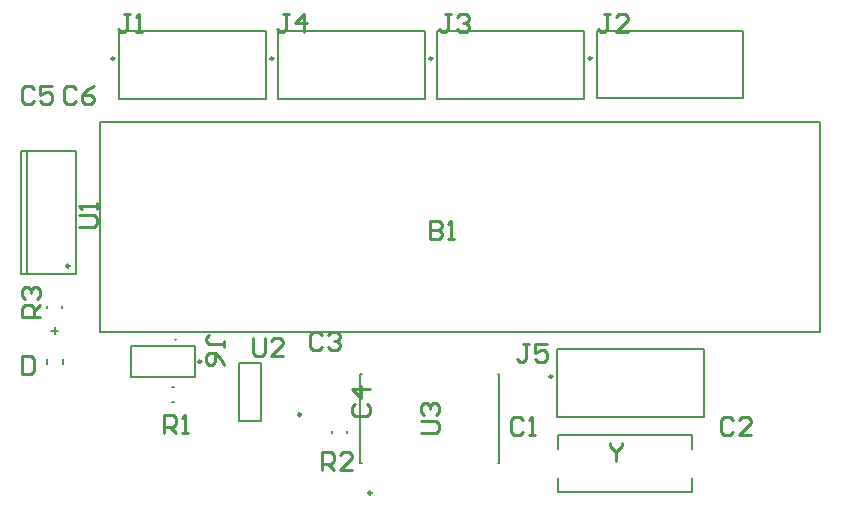
<source format=gto>
G04*
G04 #@! TF.GenerationSoftware,Altium Limited,Altium Designer,22.10.1 (41)*
G04*
G04 Layer_Color=65535*
%FSLAX44Y44*%
%MOMM*%
G71*
G04*
G04 #@! TF.SameCoordinates,51D38C2D-7858-46DE-8B48-74D45336439E*
G04*
G04*
G04 #@! TF.FilePolarity,Positive*
G04*
G01*
G75*
%ADD10C,0.2500*%
%ADD11C,0.2000*%
%ADD12C,0.1270*%
%ADD13C,0.2540*%
D10*
X50350Y197800D02*
G03*
X50350Y197800I-1250J0D01*
G01*
X492550Y373550D02*
G03*
X492550Y373550I-1250J0D01*
G01*
X459330Y104140D02*
G03*
X459330Y104140I-1250J0D01*
G01*
X306050Y5580D02*
G03*
X306050Y5580I-1250J0D01*
G01*
X246481Y71850D02*
G03*
X246481Y71850I-1250J0D01*
G01*
X162040Y116840D02*
G03*
X162040Y116840I-1250J0D01*
G01*
X88490Y373380D02*
G03*
X88490Y373380I-1250J0D01*
G01*
X357730D02*
G03*
X357730Y373380I-1250J0D01*
G01*
X223110D02*
G03*
X223110Y373380I-1250J0D01*
G01*
D11*
X139700Y135400D02*
G03*
X140700Y135400I500J0D01*
G01*
D02*
G03*
X139700Y135400I-500J0D01*
G01*
D02*
G03*
X140700Y135400I500J0D01*
G01*
X14600Y191300D02*
Y295300D01*
X9600Y191300D02*
X55600D01*
Y295300D01*
X9600D02*
X55600D01*
X9600Y191300D02*
Y295300D01*
X76200Y141700D02*
Y319500D01*
X685800D01*
Y141700D02*
Y319500D01*
X76200Y141700D02*
X685800D01*
X44850Y115090D02*
Y118590D01*
X31350Y115090D02*
Y118590D01*
X35100Y143090D02*
X41100D01*
X38100Y140090D02*
Y146090D01*
X496800Y339550D02*
X620800D01*
X496800D02*
Y397050D01*
X620800D01*
Y339550D02*
Y397050D01*
X463580Y70140D02*
X587580D01*
X463580D02*
Y127640D01*
X587580D01*
Y70140D02*
Y127640D01*
X296850Y30580D02*
Y106580D01*
X413150D02*
X414350D01*
X296850D02*
X298050D01*
X414350Y30580D02*
Y106580D01*
X413150Y30580D02*
X414350D01*
X296850D02*
X298050D01*
X273150Y56266D02*
Y57717D01*
X285650Y56266D02*
Y57717D01*
X193713Y66400D02*
X212687D01*
X193713D02*
Y115400D01*
X212687D01*
Y66400D02*
Y115400D01*
X102240Y103490D02*
X156840D01*
X102240D02*
Y130190D01*
X156840D01*
Y103490D02*
Y130190D01*
X137323Y82650D02*
X138774D01*
X137323Y95150D02*
X138774D01*
X44350Y162183D02*
Y163634D01*
X31850Y162183D02*
Y163634D01*
X92740Y339380D02*
X216740D01*
X92740D02*
Y396880D01*
X216740D01*
Y339380D02*
Y396880D01*
X361980Y339380D02*
X485980D01*
X361980D02*
Y396880D01*
X485980D01*
Y339380D02*
Y396880D01*
X227360Y339380D02*
X351360D01*
X227360D02*
Y396880D01*
X351360D01*
Y339380D02*
Y396880D01*
D12*
X577700Y43020D02*
Y54480D01*
X463700D02*
X577700D01*
X463700Y43020D02*
Y54480D01*
Y6480D02*
Y17940D01*
Y6480D02*
X577700D01*
Y17940D01*
D13*
X236221Y411478D02*
X231143D01*
X233682D01*
Y398782D01*
X231143Y396242D01*
X228603D01*
X226064Y398782D01*
X248917Y396242D02*
Y411478D01*
X241299Y403860D01*
X251456D01*
X55881Y347978D02*
X53342Y350518D01*
X48263D01*
X45724Y347978D01*
Y337822D01*
X48263Y335283D01*
X53342D01*
X55881Y337822D01*
X71116Y350518D02*
X66038Y347978D01*
X60959Y342900D01*
Y337822D01*
X63498Y335283D01*
X68577D01*
X71116Y337822D01*
Y340361D01*
X68577Y342900D01*
X60959D01*
X20321Y347978D02*
X17782Y350518D01*
X12703D01*
X10164Y347978D01*
Y337822D01*
X12703Y335283D01*
X17782D01*
X20321Y337822D01*
X35556Y350518D02*
X25399D01*
Y342900D01*
X30477Y345439D01*
X33017D01*
X35556Y342900D01*
Y337822D01*
X33017Y335283D01*
X27938D01*
X25399Y337822D01*
X439421Y132078D02*
X434342D01*
X436882D01*
Y119382D01*
X434342Y116842D01*
X431803D01*
X429264Y119382D01*
X454656Y132078D02*
X444499D01*
Y124460D01*
X449577Y126999D01*
X452117D01*
X454656Y124460D01*
Y119382D01*
X452117Y116842D01*
X447038D01*
X444499Y119382D01*
X508002Y48257D02*
Y45718D01*
X513080Y40640D01*
X518158Y45718D01*
Y48257D01*
X513080Y40640D02*
Y33022D01*
X25397Y154944D02*
X10162Y154944D01*
X10162Y162562D01*
X12702Y165101D01*
X17780Y165101D01*
X20319Y162562D01*
X20319Y154944D01*
X20319Y160022D02*
X25398Y165101D01*
X12702Y170179D02*
X10163Y172719D01*
X10163Y177797D01*
X12702Y180336D01*
X15241Y180336D01*
X17780Y177797D01*
X17780Y175257D01*
X17780Y177797D01*
X20319Y180336D01*
X22859Y180336D01*
X25398Y177796D01*
X25398Y172718D01*
X22858Y170179D01*
X264164Y25403D02*
Y40637D01*
X271782D01*
X274321Y38098D01*
Y33020D01*
X271782Y30481D01*
X264164D01*
X269242D02*
X274321Y25403D01*
X289556D02*
X279399D01*
X289556Y35559D01*
Y38098D01*
X287017Y40637D01*
X281938D01*
X279399Y38098D01*
X130432Y56423D02*
Y71658D01*
X138049D01*
X140589Y69118D01*
Y64040D01*
X138049Y61501D01*
X130432D01*
X135510D02*
X140589Y56423D01*
X145667D02*
X150745D01*
X148206D01*
Y71658D01*
X145667Y69118D01*
X347982Y56424D02*
X360678D01*
X363218Y58963D01*
Y64042D01*
X360678Y66581D01*
X347982D01*
X350522Y71659D02*
X347982Y74198D01*
Y79277D01*
X350522Y81816D01*
X353061D01*
X355600Y79277D01*
Y76737D01*
Y79277D01*
X358139Y81816D01*
X360678D01*
X363218Y79277D01*
Y74198D01*
X360678Y71659D01*
X205744Y137157D02*
Y124462D01*
X208283Y121923D01*
X213362D01*
X215901Y124462D01*
Y137157D01*
X231136Y121923D02*
X220979D01*
X231136Y132079D01*
Y134618D01*
X228597Y137157D01*
X223518D01*
X220979Y134618D01*
X58422Y231143D02*
X71118D01*
X73657Y233682D01*
Y238761D01*
X71118Y241300D01*
X58422D01*
X73657Y246378D02*
Y251457D01*
Y248918D01*
X58422D01*
X60962Y246378D01*
X180877Y129539D02*
Y134618D01*
Y132078D01*
X168182D01*
X165643Y134618D01*
Y137157D01*
X168182Y139696D01*
X180877Y114304D02*
X178338Y119382D01*
X173260Y124461D01*
X168182D01*
X165643Y121922D01*
Y116843D01*
X168182Y114304D01*
X170721D01*
X173260Y116843D01*
Y124461D01*
X373381Y411478D02*
X368302D01*
X370842D01*
Y398782D01*
X368302Y396242D01*
X365763D01*
X363224Y398782D01*
X378459Y408938D02*
X380998Y411478D01*
X386077D01*
X388616Y408938D01*
Y406399D01*
X386077Y403860D01*
X383537D01*
X386077D01*
X388616Y401321D01*
Y398782D01*
X386077Y396242D01*
X380998D01*
X378459Y398782D01*
X508001Y411478D02*
X502923D01*
X505462D01*
Y398782D01*
X502923Y396242D01*
X500383D01*
X497844Y398782D01*
X523236Y396242D02*
X513079D01*
X523236Y406399D01*
Y408938D01*
X520697Y411478D01*
X515618D01*
X513079Y408938D01*
X101600Y411478D02*
X96522D01*
X99061D01*
Y398782D01*
X96522Y396242D01*
X93982D01*
X91443Y398782D01*
X106678Y396242D02*
X111757D01*
X109218D01*
Y411478D01*
X106678Y408938D01*
X10162Y121917D02*
Y106683D01*
X17779D01*
X20318Y109222D01*
Y119378D01*
X17779Y121917D01*
X10162D01*
X292102Y81281D02*
X289562Y78742D01*
Y73663D01*
X292102Y71124D01*
X302258D01*
X304797Y73663D01*
Y78742D01*
X302258Y81281D01*
X304797Y93977D02*
X289562D01*
X297180Y86359D01*
Y96516D01*
X264161Y139698D02*
X261622Y142238D01*
X256543D01*
X254004Y139698D01*
Y129542D01*
X256543Y127002D01*
X261622D01*
X264161Y129542D01*
X269239Y139698D02*
X271778Y142238D01*
X276857D01*
X279396Y139698D01*
Y137159D01*
X276857Y134620D01*
X274317D01*
X276857D01*
X279396Y132081D01*
Y129542D01*
X276857Y127002D01*
X271778D01*
X269239Y129542D01*
X612137Y67306D02*
X609598Y69845D01*
X604519D01*
X601980Y67306D01*
Y57149D01*
X604519Y54610D01*
X609598D01*
X612137Y57149D01*
X627372Y54610D02*
X617215D01*
X627372Y64767D01*
Y67306D01*
X624833Y69845D01*
X619754D01*
X617215Y67306D01*
X434337D02*
X431797Y69845D01*
X426719D01*
X424180Y67306D01*
Y57149D01*
X426719Y54610D01*
X431797D01*
X434337Y57149D01*
X439415Y54610D02*
X444493D01*
X441954D01*
Y69845D01*
X439415Y67306D01*
X355603Y236217D02*
Y220982D01*
X363221D01*
X365760Y223522D01*
Y226061D01*
X363221Y228600D01*
X355603D01*
X363221D01*
X365760Y231139D01*
Y233678D01*
X363221Y236217D01*
X355603D01*
X370838Y220982D02*
X375917D01*
X373378D01*
Y236217D01*
X370838Y233678D01*
M02*

</source>
